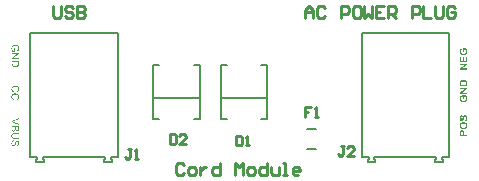
<source format=gto>
G04*
G04 #@! TF.GenerationSoftware,Altium Limited,Altium Designer,24.10.1 (45)*
G04*
G04 Layer_Color=65535*
%FSLAX44Y44*%
%MOMM*%
G71*
G04*
G04 #@! TF.SameCoordinates,BBEB4910-0DF4-4F42-B59A-432F754E4180*
G04*
G04*
G04 #@! TF.FilePolarity,Positive*
G04*
G01*
G75*
%ADD10C,0.2000*%
%ADD11C,0.2540*%
G36*
X1746559Y387988D02*
X1746577Y387960D01*
X1746605Y387932D01*
X1746642Y387886D01*
X1746679Y387840D01*
X1746771Y387710D01*
X1746873Y387535D01*
X1746993Y387331D01*
X1747113Y387100D01*
X1747224Y386823D01*
Y386814D01*
X1747233Y386786D01*
X1747252Y386749D01*
X1747270Y386693D01*
X1747289Y386619D01*
X1747317Y386536D01*
X1747344Y386444D01*
X1747372Y386342D01*
X1747428Y386111D01*
X1747474Y385843D01*
X1747511Y385565D01*
X1747520Y385269D01*
Y385168D01*
X1747511Y385103D01*
Y385011D01*
X1747502Y384909D01*
X1747483Y384798D01*
X1747464Y384669D01*
X1747418Y384400D01*
X1747344Y384104D01*
X1747243Y383799D01*
X1747178Y383661D01*
X1747104Y383513D01*
X1747095Y383503D01*
X1747086Y383485D01*
X1747058Y383439D01*
X1747021Y383393D01*
X1746984Y383328D01*
X1746928Y383263D01*
X1746864Y383180D01*
X1746790Y383097D01*
X1746623Y382912D01*
X1746411Y382727D01*
X1746170Y382551D01*
X1745893Y382394D01*
X1745883D01*
X1745856Y382376D01*
X1745810Y382357D01*
X1745754Y382339D01*
X1745680Y382311D01*
X1745597Y382274D01*
X1745495Y382246D01*
X1745384Y382209D01*
X1745264Y382172D01*
X1745125Y382144D01*
X1744839Y382080D01*
X1744524Y382043D01*
X1744182Y382024D01*
X1744173D01*
X1744136D01*
X1744081D01*
X1744016Y382034D01*
X1743923D01*
X1743822Y382043D01*
X1743711Y382061D01*
X1743581Y382080D01*
X1743313Y382126D01*
X1743008Y382200D01*
X1742703Y382302D01*
X1742555Y382366D01*
X1742407Y382440D01*
X1742398Y382449D01*
X1742370Y382459D01*
X1742333Y382486D01*
X1742278Y382514D01*
X1742213Y382561D01*
X1742139Y382616D01*
X1742056Y382681D01*
X1741963Y382745D01*
X1741871Y382829D01*
X1741769Y382921D01*
X1741667Y383023D01*
X1741566Y383134D01*
X1741473Y383254D01*
X1741372Y383374D01*
X1741205Y383661D01*
Y383670D01*
X1741187Y383688D01*
X1741178Y383725D01*
X1741150Y383772D01*
X1741131Y383836D01*
X1741104Y383901D01*
X1741076Y383993D01*
X1741039Y384086D01*
X1741011Y384188D01*
X1740983Y384308D01*
X1740956Y384437D01*
X1740928Y384567D01*
X1740891Y384863D01*
X1740882Y385196D01*
Y385306D01*
X1740891Y385390D01*
X1740900Y385491D01*
X1740909Y385611D01*
X1740919Y385741D01*
X1740946Y385880D01*
X1741002Y386175D01*
X1741094Y386481D01*
X1741150Y386638D01*
X1741214Y386786D01*
X1741288Y386924D01*
X1741381Y387054D01*
X1741390Y387063D01*
X1741399Y387082D01*
X1741436Y387119D01*
X1741473Y387165D01*
X1741520Y387220D01*
X1741584Y387276D01*
X1741658Y387340D01*
X1741741Y387414D01*
X1741834Y387488D01*
X1741936Y387562D01*
X1742047Y387636D01*
X1742176Y387701D01*
X1742305Y387775D01*
X1742444Y387831D01*
X1742601Y387886D01*
X1742758Y387923D01*
X1742999Y386638D01*
X1742990D01*
X1742980Y386628D01*
X1742925Y386610D01*
X1742842Y386573D01*
X1742731Y386518D01*
X1742611Y386453D01*
X1742490Y386360D01*
X1742370Y386250D01*
X1742259Y386120D01*
X1742250Y386101D01*
X1742213Y386055D01*
X1742167Y385972D01*
X1742121Y385870D01*
X1742065Y385732D01*
X1742028Y385574D01*
X1741991Y385399D01*
X1741982Y385196D01*
Y385112D01*
X1741991Y385057D01*
X1742000Y384983D01*
X1742010Y384900D01*
X1742028Y384807D01*
X1742047Y384706D01*
X1742111Y384493D01*
X1742158Y384382D01*
X1742213Y384271D01*
X1742278Y384160D01*
X1742343Y384049D01*
X1742435Y383947D01*
X1742527Y383846D01*
X1742537Y383836D01*
X1742555Y383827D01*
X1742583Y383799D01*
X1742629Y383772D01*
X1742685Y383735D01*
X1742749Y383688D01*
X1742832Y383642D01*
X1742925Y383605D01*
X1743036Y383559D01*
X1743156Y383513D01*
X1743286Y383466D01*
X1743424Y383430D01*
X1743581Y383402D01*
X1743757Y383374D01*
X1743933Y383365D01*
X1744127Y383356D01*
X1744136D01*
X1744173D01*
X1744238D01*
X1744312Y383365D01*
X1744413Y383374D01*
X1744515Y383383D01*
X1744645Y383402D01*
X1744774Y383420D01*
X1745051Y383476D01*
X1745338Y383568D01*
X1745477Y383624D01*
X1745606Y383688D01*
X1745736Y383772D01*
X1745847Y383855D01*
X1745856Y383864D01*
X1745874Y383883D01*
X1745902Y383910D01*
X1745939Y383947D01*
X1745976Y384003D01*
X1746031Y384058D01*
X1746078Y384132D01*
X1746133Y384215D01*
X1746189Y384308D01*
X1746235Y384400D01*
X1746327Y384632D01*
X1746364Y384761D01*
X1746392Y384890D01*
X1746411Y385038D01*
X1746420Y385186D01*
Y385260D01*
X1746411Y385334D01*
X1746401Y385445D01*
X1746383Y385565D01*
X1746355Y385704D01*
X1746318Y385852D01*
X1746263Y386000D01*
Y386009D01*
X1746253Y386018D01*
X1746235Y386065D01*
X1746198Y386148D01*
X1746152Y386240D01*
X1746096Y386351D01*
X1746031Y386471D01*
X1745957Y386592D01*
X1745874Y386702D01*
X1745051D01*
Y385223D01*
X1743970D01*
Y388006D01*
X1746540D01*
X1746559Y387988D01*
D02*
G37*
G36*
X1747400Y376292D02*
X1741002D01*
Y381035D01*
X1742084D01*
Y377586D01*
X1743498D01*
Y380795D01*
X1744580D01*
Y377586D01*
X1746318D01*
Y381155D01*
X1747400D01*
Y376292D01*
D02*
G37*
G36*
Y373629D02*
X1743184Y371031D01*
X1747400D01*
Y369838D01*
X1741002D01*
Y371087D01*
X1745310Y373731D01*
X1741002D01*
Y374924D01*
X1747400D01*
Y373629D01*
D02*
G37*
G36*
X1744469Y361268D02*
X1744543D01*
X1744635Y361259D01*
X1744737Y361249D01*
X1744950Y361231D01*
X1745172Y361194D01*
X1745403Y361138D01*
X1745625Y361074D01*
X1745634D01*
X1745652Y361064D01*
X1745689Y361046D01*
X1745745Y361027D01*
X1745800Y361009D01*
X1745865Y360972D01*
X1746031Y360898D01*
X1746207Y360806D01*
X1746401Y360685D01*
X1746586Y360547D01*
X1746762Y360390D01*
X1746780Y360371D01*
X1746817Y360325D01*
X1746873Y360251D01*
X1746947Y360149D01*
X1747030Y360020D01*
X1747113Y359872D01*
X1747196Y359687D01*
X1747270Y359483D01*
Y359474D01*
X1747280Y359465D01*
Y359437D01*
X1747289Y359409D01*
X1747307Y359308D01*
X1747335Y359178D01*
X1747363Y359021D01*
X1747381Y358827D01*
X1747391Y358596D01*
X1747400Y358346D01*
Y355924D01*
X1741002D01*
Y358476D01*
X1741011Y358550D01*
X1741020Y358725D01*
X1741030Y358919D01*
X1741057Y359123D01*
X1741085Y359317D01*
X1741131Y359493D01*
Y359502D01*
X1741140Y359520D01*
X1741150Y359548D01*
X1741159Y359585D01*
X1741205Y359696D01*
X1741270Y359826D01*
X1741353Y359973D01*
X1741455Y360140D01*
X1741575Y360297D01*
X1741723Y360454D01*
Y360463D01*
X1741741Y360473D01*
X1741797Y360519D01*
X1741889Y360593D01*
X1742010Y360676D01*
X1742158Y360778D01*
X1742333Y360880D01*
X1742537Y360981D01*
X1742758Y361064D01*
X1742768D01*
X1742786Y361074D01*
X1742823Y361083D01*
X1742870Y361101D01*
X1742925Y361111D01*
X1742999Y361129D01*
X1743082Y361148D01*
X1743175Y361175D01*
X1743276Y361194D01*
X1743396Y361212D01*
X1743517Y361231D01*
X1743655Y361240D01*
X1743942Y361268D01*
X1744265Y361277D01*
X1744275D01*
X1744303D01*
X1744339D01*
X1744395D01*
X1744469Y361268D01*
D02*
G37*
G36*
X1747400Y353261D02*
X1743184Y350663D01*
X1747400D01*
Y349470D01*
X1741002D01*
Y350719D01*
X1745310Y353363D01*
X1741002D01*
Y354556D01*
X1747400D01*
Y353261D01*
D02*
G37*
G36*
X1746559Y348250D02*
X1746577Y348222D01*
X1746605Y348195D01*
X1746642Y348148D01*
X1746679Y348102D01*
X1746771Y347973D01*
X1746873Y347797D01*
X1746993Y347594D01*
X1747113Y347363D01*
X1747224Y347085D01*
Y347076D01*
X1747233Y347048D01*
X1747252Y347011D01*
X1747270Y346956D01*
X1747289Y346882D01*
X1747317Y346799D01*
X1747344Y346706D01*
X1747372Y346604D01*
X1747428Y346373D01*
X1747474Y346105D01*
X1747511Y345828D01*
X1747520Y345532D01*
Y345430D01*
X1747511Y345365D01*
Y345273D01*
X1747502Y345171D01*
X1747483Y345060D01*
X1747464Y344931D01*
X1747418Y344663D01*
X1747344Y344367D01*
X1747243Y344062D01*
X1747178Y343923D01*
X1747104Y343775D01*
X1747095Y343766D01*
X1747086Y343747D01*
X1747058Y343701D01*
X1747021Y343655D01*
X1746984Y343590D01*
X1746928Y343526D01*
X1746864Y343442D01*
X1746790Y343359D01*
X1746623Y343174D01*
X1746411Y342989D01*
X1746170Y342814D01*
X1745893Y342657D01*
X1745883D01*
X1745856Y342638D01*
X1745810Y342620D01*
X1745754Y342601D01*
X1745680Y342573D01*
X1745597Y342536D01*
X1745495Y342509D01*
X1745384Y342472D01*
X1745264Y342435D01*
X1745125Y342407D01*
X1744839Y342342D01*
X1744524Y342305D01*
X1744182Y342287D01*
X1744173D01*
X1744136D01*
X1744081D01*
X1744016Y342296D01*
X1743923D01*
X1743822Y342305D01*
X1743711Y342324D01*
X1743581Y342342D01*
X1743313Y342388D01*
X1743008Y342462D01*
X1742703Y342564D01*
X1742555Y342629D01*
X1742407Y342703D01*
X1742398Y342712D01*
X1742370Y342721D01*
X1742333Y342749D01*
X1742278Y342777D01*
X1742213Y342823D01*
X1742139Y342878D01*
X1742056Y342943D01*
X1741963Y343008D01*
X1741871Y343091D01*
X1741769Y343184D01*
X1741667Y343285D01*
X1741566Y343396D01*
X1741473Y343516D01*
X1741372Y343637D01*
X1741205Y343923D01*
Y343932D01*
X1741187Y343951D01*
X1741178Y343988D01*
X1741150Y344034D01*
X1741131Y344099D01*
X1741104Y344164D01*
X1741076Y344256D01*
X1741039Y344348D01*
X1741011Y344450D01*
X1740983Y344570D01*
X1740956Y344700D01*
X1740928Y344829D01*
X1740891Y345125D01*
X1740882Y345458D01*
Y345569D01*
X1740891Y345652D01*
X1740900Y345754D01*
X1740909Y345874D01*
X1740919Y346003D01*
X1740946Y346142D01*
X1741002Y346438D01*
X1741094Y346743D01*
X1741150Y346900D01*
X1741214Y347048D01*
X1741288Y347187D01*
X1741381Y347316D01*
X1741390Y347326D01*
X1741399Y347344D01*
X1741436Y347381D01*
X1741473Y347427D01*
X1741520Y347483D01*
X1741584Y347538D01*
X1741658Y347603D01*
X1741741Y347677D01*
X1741834Y347751D01*
X1741936Y347825D01*
X1742047Y347899D01*
X1742176Y347963D01*
X1742305Y348037D01*
X1742444Y348093D01*
X1742601Y348148D01*
X1742758Y348185D01*
X1742999Y346900D01*
X1742990D01*
X1742980Y346891D01*
X1742925Y346872D01*
X1742842Y346836D01*
X1742731Y346780D01*
X1742611Y346715D01*
X1742490Y346623D01*
X1742370Y346512D01*
X1742259Y346382D01*
X1742250Y346364D01*
X1742213Y346318D01*
X1742167Y346235D01*
X1742121Y346133D01*
X1742065Y345994D01*
X1742028Y345837D01*
X1741991Y345661D01*
X1741982Y345458D01*
Y345375D01*
X1741991Y345319D01*
X1742000Y345245D01*
X1742010Y345162D01*
X1742028Y345070D01*
X1742047Y344968D01*
X1742111Y344755D01*
X1742158Y344644D01*
X1742213Y344533D01*
X1742278Y344422D01*
X1742343Y344311D01*
X1742435Y344210D01*
X1742527Y344108D01*
X1742537Y344099D01*
X1742555Y344090D01*
X1742583Y344062D01*
X1742629Y344034D01*
X1742685Y343997D01*
X1742749Y343951D01*
X1742832Y343905D01*
X1742925Y343868D01*
X1743036Y343821D01*
X1743156Y343775D01*
X1743286Y343729D01*
X1743424Y343692D01*
X1743581Y343664D01*
X1743757Y343637D01*
X1743933Y343627D01*
X1744127Y343618D01*
X1744136D01*
X1744173D01*
X1744238D01*
X1744312Y343627D01*
X1744413Y343637D01*
X1744515Y343646D01*
X1744645Y343664D01*
X1744774Y343683D01*
X1745051Y343738D01*
X1745338Y343831D01*
X1745477Y343886D01*
X1745606Y343951D01*
X1745736Y344034D01*
X1745847Y344117D01*
X1745856Y344127D01*
X1745874Y344145D01*
X1745902Y344173D01*
X1745939Y344210D01*
X1745976Y344265D01*
X1746031Y344321D01*
X1746078Y344395D01*
X1746133Y344478D01*
X1746189Y344570D01*
X1746235Y344663D01*
X1746327Y344894D01*
X1746364Y345023D01*
X1746392Y345153D01*
X1746411Y345301D01*
X1746420Y345449D01*
Y345523D01*
X1746411Y345597D01*
X1746401Y345708D01*
X1746383Y345828D01*
X1746355Y345966D01*
X1746318Y346114D01*
X1746263Y346262D01*
Y346272D01*
X1746253Y346281D01*
X1746235Y346327D01*
X1746198Y346410D01*
X1746152Y346503D01*
X1746096Y346614D01*
X1746031Y346734D01*
X1745957Y346854D01*
X1745874Y346965D01*
X1745051D01*
Y345486D01*
X1743970D01*
Y348269D01*
X1746540D01*
X1746559Y348250D01*
D02*
G37*
G36*
X1745680Y331460D02*
X1745745Y331451D01*
X1745874Y331432D01*
X1746041Y331395D01*
X1746216Y331340D01*
X1746392Y331257D01*
X1746577Y331155D01*
X1746586D01*
X1746595Y331136D01*
X1746651Y331100D01*
X1746743Y331026D01*
X1746845Y330933D01*
X1746965Y330813D01*
X1747076Y330656D01*
X1747187Y330489D01*
X1747289Y330286D01*
Y330277D01*
X1747298Y330258D01*
X1747307Y330230D01*
X1747326Y330184D01*
X1747344Y330129D01*
X1747363Y330064D01*
X1747381Y329990D01*
X1747400Y329907D01*
X1747428Y329805D01*
X1747446Y329703D01*
X1747483Y329463D01*
X1747511Y329195D01*
X1747520Y328899D01*
Y328779D01*
X1747511Y328696D01*
X1747502Y328594D01*
X1747492Y328483D01*
X1747474Y328354D01*
X1747446Y328215D01*
X1747381Y327910D01*
X1747335Y327753D01*
X1747289Y327605D01*
X1747224Y327448D01*
X1747150Y327299D01*
X1747067Y327161D01*
X1746965Y327031D01*
X1746956Y327022D01*
X1746938Y327004D01*
X1746910Y326967D01*
X1746864Y326930D01*
X1746799Y326874D01*
X1746725Y326819D01*
X1746642Y326754D01*
X1746549Y326689D01*
X1746438Y326625D01*
X1746318Y326560D01*
X1746179Y326495D01*
X1746031Y326430D01*
X1745874Y326384D01*
X1745699Y326329D01*
X1745514Y326292D01*
X1745320Y326264D01*
X1745199Y327521D01*
X1745209D01*
X1745227Y327531D01*
X1745264D01*
X1745301Y327540D01*
X1745412Y327577D01*
X1745551Y327623D01*
X1745708Y327679D01*
X1745865Y327762D01*
X1746004Y327854D01*
X1746133Y327975D01*
X1746142Y327993D01*
X1746179Y328039D01*
X1746226Y328113D01*
X1746281Y328224D01*
X1746337Y328363D01*
X1746383Y328520D01*
X1746420Y328705D01*
X1746429Y328918D01*
Y329019D01*
X1746411Y329130D01*
X1746392Y329269D01*
X1746364Y329417D01*
X1746318Y329574D01*
X1746253Y329722D01*
X1746170Y329851D01*
X1746161Y329870D01*
X1746124Y329907D01*
X1746068Y329953D01*
X1745995Y330018D01*
X1745902Y330073D01*
X1745791Y330129D01*
X1745680Y330166D01*
X1745551Y330175D01*
X1745541D01*
X1745514D01*
X1745468Y330166D01*
X1745412Y330156D01*
X1745356Y330138D01*
X1745292Y330119D01*
X1745227Y330082D01*
X1745162Y330036D01*
X1745153Y330027D01*
X1745135Y330009D01*
X1745107Y329981D01*
X1745070Y329935D01*
X1745024Y329870D01*
X1744978Y329787D01*
X1744931Y329694D01*
X1744885Y329574D01*
Y329565D01*
X1744866Y329528D01*
X1744848Y329463D01*
X1744830Y329417D01*
X1744820Y329361D01*
X1744802Y329297D01*
X1744774Y329223D01*
X1744756Y329139D01*
X1744728Y329047D01*
X1744700Y328936D01*
X1744672Y328816D01*
X1744635Y328686D01*
X1744598Y328538D01*
Y328529D01*
X1744589Y328492D01*
X1744571Y328437D01*
X1744552Y328372D01*
X1744524Y328289D01*
X1744497Y328187D01*
X1744460Y328085D01*
X1744423Y327965D01*
X1744330Y327725D01*
X1744219Y327494D01*
X1744164Y327374D01*
X1744099Y327272D01*
X1744034Y327170D01*
X1743970Y327087D01*
X1743960Y327078D01*
X1743942Y327059D01*
X1743914Y327031D01*
X1743877Y326994D01*
X1743822Y326948D01*
X1743757Y326902D01*
X1743692Y326847D01*
X1743609Y326800D01*
X1743415Y326689D01*
X1743193Y326597D01*
X1743073Y326560D01*
X1742953Y326532D01*
X1742814Y326514D01*
X1742675Y326504D01*
X1742666D01*
X1742657D01*
X1742629D01*
X1742592D01*
X1742500Y326523D01*
X1742379Y326541D01*
X1742241Y326569D01*
X1742084Y326615D01*
X1741917Y326680D01*
X1741760Y326772D01*
X1741751D01*
X1741741Y326782D01*
X1741686Y326828D01*
X1741612Y326884D01*
X1741520Y326976D01*
X1741418Y327087D01*
X1741307Y327226D01*
X1741205Y327383D01*
X1741113Y327568D01*
Y327577D01*
X1741104Y327595D01*
X1741094Y327623D01*
X1741076Y327660D01*
X1741057Y327716D01*
X1741039Y327771D01*
X1741020Y327845D01*
X1740993Y327928D01*
X1740956Y328113D01*
X1740919Y328326D01*
X1740891Y328566D01*
X1740882Y328834D01*
Y328945D01*
X1740891Y329029D01*
X1740900Y329130D01*
X1740909Y329250D01*
X1740928Y329370D01*
X1740946Y329509D01*
X1741011Y329805D01*
X1741057Y329953D01*
X1741104Y330101D01*
X1741168Y330249D01*
X1741242Y330388D01*
X1741325Y330517D01*
X1741418Y330637D01*
X1741427Y330646D01*
X1741446Y330665D01*
X1741473Y330693D01*
X1741510Y330730D01*
X1741566Y330776D01*
X1741631Y330831D01*
X1741705Y330887D01*
X1741788Y330951D01*
X1741889Y331007D01*
X1741991Y331063D01*
X1742111Y331118D01*
X1742241Y331164D01*
X1742370Y331210D01*
X1742518Y331247D01*
X1742666Y331275D01*
X1742832Y331284D01*
X1742879Y329990D01*
X1742870D01*
X1742860D01*
X1742796Y329972D01*
X1742712Y329953D01*
X1742611Y329916D01*
X1742490Y329870D01*
X1742379Y329805D01*
X1742269Y329722D01*
X1742176Y329629D01*
X1742167Y329620D01*
X1742139Y329583D01*
X1742102Y329519D01*
X1742065Y329426D01*
X1742028Y329315D01*
X1741991Y329176D01*
X1741963Y329010D01*
X1741954Y328816D01*
Y328723D01*
X1741963Y328622D01*
X1741982Y328502D01*
X1742010Y328363D01*
X1742056Y328215D01*
X1742111Y328076D01*
X1742195Y327947D01*
X1742204Y327938D01*
X1742222Y327919D01*
X1742250Y327882D01*
X1742296Y327845D01*
X1742352Y327808D01*
X1742426Y327771D01*
X1742500Y327753D01*
X1742592Y327743D01*
X1742601D01*
X1742629D01*
X1742675Y327753D01*
X1742722Y327771D01*
X1742786Y327789D01*
X1742851Y327817D01*
X1742916Y327864D01*
X1742980Y327928D01*
X1742990Y327938D01*
X1743017Y327984D01*
X1743036Y328011D01*
X1743054Y328058D01*
X1743082Y328104D01*
X1743110Y328169D01*
X1743138Y328243D01*
X1743175Y328326D01*
X1743212Y328428D01*
X1743248Y328529D01*
X1743286Y328659D01*
X1743322Y328797D01*
X1743360Y328945D01*
X1743406Y329112D01*
Y329121D01*
X1743415Y329158D01*
X1743424Y329204D01*
X1743443Y329269D01*
X1743461Y329343D01*
X1743489Y329435D01*
X1743517Y329537D01*
X1743544Y329639D01*
X1743618Y329861D01*
X1743692Y330092D01*
X1743775Y330314D01*
X1743822Y330406D01*
X1743868Y330499D01*
Y330508D01*
X1743877Y330517D01*
X1743914Y330573D01*
X1743970Y330656D01*
X1744044Y330757D01*
X1744136Y330868D01*
X1744247Y330989D01*
X1744377Y331109D01*
X1744524Y331210D01*
X1744543Y331220D01*
X1744598Y331247D01*
X1744682Y331294D01*
X1744802Y331340D01*
X1744950Y331386D01*
X1745125Y331432D01*
X1745320Y331460D01*
X1745541Y331469D01*
X1745551D01*
X1745569D01*
X1745597D01*
X1745634D01*
X1745680Y331460D01*
D02*
G37*
G36*
X1744358Y325580D02*
X1744469D01*
X1744598Y325561D01*
X1744746Y325543D01*
X1744922Y325515D01*
X1745098Y325487D01*
X1745292Y325441D01*
X1745495Y325386D01*
X1745699Y325312D01*
X1745902Y325229D01*
X1746096Y325136D01*
X1746290Y325016D01*
X1746475Y324886D01*
X1746651Y324739D01*
X1746660Y324729D01*
X1746688Y324701D01*
X1746734Y324655D01*
X1746790Y324581D01*
X1746854Y324498D01*
X1746928Y324396D01*
X1747002Y324276D01*
X1747086Y324147D01*
X1747169Y323990D01*
X1747243Y323823D01*
X1747317Y323638D01*
X1747381Y323435D01*
X1747437Y323222D01*
X1747483Y322991D01*
X1747511Y322751D01*
X1747520Y322492D01*
Y322427D01*
X1747511Y322353D01*
X1747502Y322261D01*
X1747492Y322141D01*
X1747474Y322002D01*
X1747446Y321845D01*
X1747409Y321678D01*
X1747363Y321493D01*
X1747307Y321318D01*
X1747233Y321124D01*
X1747150Y320939D01*
X1747058Y320744D01*
X1746938Y320569D01*
X1746808Y320393D01*
X1746651Y320227D01*
X1746642Y320217D01*
X1746614Y320190D01*
X1746559Y320153D01*
X1746494Y320097D01*
X1746401Y320033D01*
X1746290Y319958D01*
X1746170Y319885D01*
X1746022Y319811D01*
X1745865Y319727D01*
X1745680Y319653D01*
X1745486Y319579D01*
X1745273Y319515D01*
X1745042Y319459D01*
X1744792Y319422D01*
X1744524Y319394D01*
X1744247Y319385D01*
X1744238D01*
X1744201D01*
X1744155D01*
X1744081Y319394D01*
X1743997D01*
X1743905Y319404D01*
X1743794Y319413D01*
X1743674Y319422D01*
X1743415Y319459D01*
X1743138Y319506D01*
X1742860Y319579D01*
X1742601Y319672D01*
X1742592D01*
X1742583Y319681D01*
X1742555Y319700D01*
X1742518Y319709D01*
X1742426Y319764D01*
X1742305Y319829D01*
X1742167Y319912D01*
X1742028Y320014D01*
X1741871Y320134D01*
X1741723Y320264D01*
X1741714Y320273D01*
X1741705Y320282D01*
X1741658Y320328D01*
X1741584Y320412D01*
X1741501Y320513D01*
X1741409Y320633D01*
X1741307Y320772D01*
X1741214Y320929D01*
X1741140Y321096D01*
Y321105D01*
X1741131Y321124D01*
X1741113Y321160D01*
X1741104Y321207D01*
X1741076Y321262D01*
X1741057Y321327D01*
X1741039Y321410D01*
X1741011Y321493D01*
X1740965Y321697D01*
X1740919Y321928D01*
X1740891Y322196D01*
X1740882Y322473D01*
Y322538D01*
X1740891Y322612D01*
Y322705D01*
X1740909Y322825D01*
X1740928Y322963D01*
X1740956Y323120D01*
X1740993Y323287D01*
X1741039Y323463D01*
X1741094Y323647D01*
X1741168Y323832D01*
X1741252Y324027D01*
X1741353Y324212D01*
X1741473Y324396D01*
X1741612Y324572D01*
X1741769Y324739D01*
X1741779Y324748D01*
X1741806Y324776D01*
X1741862Y324822D01*
X1741926Y324868D01*
X1742019Y324933D01*
X1742130Y325007D01*
X1742259Y325081D01*
X1742407Y325164D01*
X1742564Y325247D01*
X1742749Y325321D01*
X1742953Y325395D01*
X1743165Y325460D01*
X1743406Y325515D01*
X1743655Y325552D01*
X1743923Y325580D01*
X1744210Y325589D01*
X1744229D01*
X1744275D01*
X1744358Y325580D01*
D02*
G37*
G36*
X1743119Y318581D02*
X1743184D01*
X1743313Y318562D01*
X1743470Y318535D01*
X1743646Y318498D01*
X1743813Y318442D01*
X1743970Y318368D01*
X1743988Y318359D01*
X1744034Y318331D01*
X1744108Y318285D01*
X1744201Y318220D01*
X1744293Y318146D01*
X1744404Y318045D01*
X1744506Y317943D01*
X1744598Y317823D01*
X1744608Y317804D01*
X1744635Y317767D01*
X1744672Y317703D01*
X1744719Y317619D01*
X1744774Y317518D01*
X1744820Y317407D01*
X1744866Y317286D01*
X1744904Y317157D01*
Y317139D01*
X1744913Y317111D01*
Y317074D01*
X1744922Y317028D01*
X1744931Y316963D01*
X1744940Y316898D01*
Y316815D01*
X1744950Y316732D01*
X1744959Y316630D01*
X1744968Y316519D01*
X1744978Y316399D01*
Y316269D01*
X1744987Y316131D01*
Y314984D01*
X1747400D01*
Y313690D01*
X1741002D01*
Y316048D01*
X1741011Y316149D01*
Y316390D01*
X1741030Y316649D01*
X1741048Y316908D01*
X1741057Y317018D01*
X1741067Y317129D01*
X1741085Y317222D01*
X1741104Y317296D01*
Y317305D01*
X1741113Y317323D01*
X1741122Y317351D01*
X1741131Y317388D01*
X1741178Y317490D01*
X1741233Y317619D01*
X1741316Y317758D01*
X1741427Y317915D01*
X1741566Y318063D01*
X1741732Y318211D01*
X1741741D01*
X1741751Y318230D01*
X1741779Y318248D01*
X1741815Y318267D01*
X1741871Y318304D01*
X1741926Y318331D01*
X1741991Y318368D01*
X1742065Y318405D01*
X1742250Y318470D01*
X1742453Y318535D01*
X1742703Y318572D01*
X1742971Y318590D01*
X1742980D01*
X1742999D01*
X1743027D01*
X1743073D01*
X1743119Y318581D01*
D02*
G37*
G36*
X1364870Y391151D02*
X1364953D01*
X1365055Y391142D01*
X1365157Y391123D01*
X1365277Y391114D01*
X1365406Y391086D01*
X1365545Y391068D01*
X1365841Y390994D01*
X1366146Y390901D01*
X1366451Y390772D01*
X1366460Y390762D01*
X1366488Y390753D01*
X1366525Y390735D01*
X1366581Y390698D01*
X1366655Y390661D01*
X1366729Y390615D01*
X1366904Y390485D01*
X1367108Y390328D01*
X1367302Y390134D01*
X1367496Y389912D01*
X1367579Y389782D01*
X1367662Y389653D01*
X1367672Y389644D01*
X1367681Y389616D01*
X1367699Y389579D01*
X1367727Y389524D01*
X1367755Y389450D01*
X1367792Y389366D01*
X1367829Y389274D01*
X1367866Y389163D01*
X1367903Y389043D01*
X1367930Y388913D01*
X1367967Y388775D01*
X1367995Y388627D01*
X1368041Y388303D01*
X1368060Y388137D01*
Y387841D01*
X1368051Y387785D01*
Y387711D01*
X1368032Y387536D01*
X1368004Y387342D01*
X1367958Y387138D01*
X1367903Y386916D01*
X1367829Y386704D01*
Y386694D01*
X1367820Y386676D01*
X1367810Y386648D01*
X1367792Y386611D01*
X1367736Y386510D01*
X1367672Y386380D01*
X1367579Y386241D01*
X1367468Y386093D01*
X1367348Y385955D01*
X1367200Y385825D01*
X1367182Y385807D01*
X1367126Y385770D01*
X1367043Y385714D01*
X1366923Y385640D01*
X1366775Y385566D01*
X1366590Y385483D01*
X1366386Y385400D01*
X1366155Y385335D01*
X1365952Y386103D01*
X1365961D01*
X1365970Y386112D01*
X1365998Y386121D01*
X1366035Y386130D01*
X1366118Y386158D01*
X1366229Y386195D01*
X1366359Y386251D01*
X1366479Y386315D01*
X1366608Y386380D01*
X1366719Y386463D01*
X1366729Y386473D01*
X1366765Y386500D01*
X1366812Y386556D01*
X1366876Y386620D01*
X1366950Y386704D01*
X1367024Y386815D01*
X1367098Y386935D01*
X1367163Y387073D01*
X1367172Y387092D01*
X1367191Y387138D01*
X1367218Y387221D01*
X1367256Y387332D01*
X1367283Y387462D01*
X1367311Y387610D01*
X1367329Y387776D01*
X1367339Y387952D01*
Y388054D01*
X1367329Y388100D01*
Y388155D01*
X1367320Y388294D01*
X1367292Y388451D01*
X1367265Y388627D01*
X1367218Y388793D01*
X1367154Y388960D01*
X1367144Y388978D01*
X1367126Y389034D01*
X1367080Y389108D01*
X1367034Y389200D01*
X1366960Y389311D01*
X1366886Y389431D01*
X1366793Y389542D01*
X1366691Y389644D01*
X1366682Y389653D01*
X1366645Y389690D01*
X1366581Y389736D01*
X1366507Y389792D01*
X1366414Y389856D01*
X1366303Y389921D01*
X1366183Y389986D01*
X1366054Y390051D01*
X1366044D01*
X1366026Y390060D01*
X1365998Y390069D01*
X1365952Y390088D01*
X1365896Y390106D01*
X1365832Y390125D01*
X1365758Y390152D01*
X1365674Y390171D01*
X1365480Y390217D01*
X1365258Y390254D01*
X1365027Y390282D01*
X1364768Y390291D01*
X1364759D01*
X1364731D01*
X1364685D01*
X1364630Y390282D01*
X1364556D01*
X1364463Y390272D01*
X1364371Y390263D01*
X1364269Y390254D01*
X1364038Y390217D01*
X1363798Y390171D01*
X1363557Y390097D01*
X1363326Y390004D01*
X1363317D01*
X1363298Y389986D01*
X1363271Y389977D01*
X1363234Y389949D01*
X1363132Y389884D01*
X1363002Y389782D01*
X1362864Y389662D01*
X1362725Y389514D01*
X1362596Y389339D01*
X1362475Y389145D01*
Y389135D01*
X1362466Y389117D01*
X1362448Y389089D01*
X1362429Y389043D01*
X1362411Y388997D01*
X1362392Y388932D01*
X1362337Y388784D01*
X1362291Y388599D01*
X1362244Y388396D01*
X1362207Y388174D01*
X1362198Y387943D01*
Y387850D01*
X1362207Y387795D01*
Y387739D01*
X1362226Y387600D01*
X1362244Y387434D01*
X1362281Y387258D01*
X1362337Y387064D01*
X1362401Y386870D01*
Y386861D01*
X1362411Y386842D01*
X1362420Y386824D01*
X1362439Y386787D01*
X1362485Y386685D01*
X1362540Y386574D01*
X1362605Y386445D01*
X1362679Y386306D01*
X1362762Y386177D01*
X1362855Y386066D01*
X1364057D01*
Y387952D01*
X1364815D01*
Y385234D01*
X1362439D01*
X1362429Y385243D01*
X1362420Y385261D01*
X1362392Y385298D01*
X1362355Y385345D01*
X1362318Y385400D01*
X1362272Y385465D01*
X1362217Y385548D01*
X1362161Y385631D01*
X1362041Y385825D01*
X1361911Y386047D01*
X1361791Y386278D01*
X1361690Y386528D01*
Y386537D01*
X1361680Y386556D01*
X1361671Y386593D01*
X1361653Y386639D01*
X1361634Y386704D01*
X1361606Y386778D01*
X1361588Y386861D01*
X1361569Y386944D01*
X1361523Y387147D01*
X1361477Y387379D01*
X1361449Y387628D01*
X1361440Y387887D01*
Y387980D01*
X1361449Y388044D01*
Y388127D01*
X1361458Y388229D01*
X1361477Y388340D01*
X1361486Y388460D01*
X1361542Y388728D01*
X1361606Y389015D01*
X1361708Y389311D01*
X1361764Y389459D01*
X1361838Y389607D01*
X1361847Y389616D01*
X1361856Y389644D01*
X1361884Y389681D01*
X1361911Y389736D01*
X1361958Y389801D01*
X1362004Y389866D01*
X1362133Y390041D01*
X1362300Y390226D01*
X1362503Y390420D01*
X1362734Y390605D01*
X1363002Y390772D01*
X1363012D01*
X1363040Y390790D01*
X1363076Y390809D01*
X1363141Y390836D01*
X1363206Y390864D01*
X1363298Y390892D01*
X1363391Y390929D01*
X1363502Y390966D01*
X1363622Y391003D01*
X1363761Y391040D01*
X1363899Y391068D01*
X1364047Y391095D01*
X1364371Y391142D01*
X1364713Y391160D01*
X1364722D01*
X1364759D01*
X1364805D01*
X1364870Y391151D01*
D02*
G37*
G36*
X1367949Y383126D02*
X1362919Y379769D01*
X1367949D01*
Y378956D01*
X1361551D01*
Y379834D01*
X1366571Y383181D01*
X1361551D01*
Y383995D01*
X1367949D01*
Y383126D01*
D02*
G37*
G36*
Y375073D02*
X1367940Y374906D01*
X1367930Y374721D01*
X1367912Y374536D01*
X1367884Y374352D01*
X1367856Y374194D01*
Y374185D01*
X1367847Y374167D01*
Y374139D01*
X1367829Y374102D01*
X1367801Y374000D01*
X1367755Y373871D01*
X1367690Y373723D01*
X1367607Y373566D01*
X1367514Y373408D01*
X1367394Y373260D01*
X1367385Y373251D01*
X1367376Y373242D01*
X1367348Y373214D01*
X1367320Y373177D01*
X1367228Y373085D01*
X1367098Y372974D01*
X1366941Y372854D01*
X1366756Y372724D01*
X1366544Y372604D01*
X1366303Y372502D01*
X1366294D01*
X1366275Y372493D01*
X1366239Y372475D01*
X1366183Y372465D01*
X1366118Y372438D01*
X1366044Y372419D01*
X1365961Y372401D01*
X1365859Y372373D01*
X1365758Y372345D01*
X1365638Y372327D01*
X1365379Y372281D01*
X1365092Y372253D01*
X1364778Y372243D01*
X1364768D01*
X1364750D01*
X1364704D01*
X1364657D01*
X1364593Y372253D01*
X1364519D01*
X1364343Y372262D01*
X1364140Y372290D01*
X1363927Y372318D01*
X1363705Y372364D01*
X1363483Y372419D01*
X1363474D01*
X1363456Y372428D01*
X1363428Y372438D01*
X1363391Y372447D01*
X1363289Y372484D01*
X1363160Y372539D01*
X1363012Y372595D01*
X1362864Y372669D01*
X1362707Y372761D01*
X1362559Y372854D01*
X1362540Y372863D01*
X1362494Y372900D01*
X1362429Y372955D01*
X1362346Y373029D01*
X1362254Y373113D01*
X1362161Y373214D01*
X1362059Y373316D01*
X1361976Y373436D01*
X1361967Y373455D01*
X1361939Y373492D01*
X1361902Y373556D01*
X1361856Y373649D01*
X1361801Y373760D01*
X1361754Y373889D01*
X1361699Y374037D01*
X1361653Y374204D01*
Y374222D01*
X1361643Y374250D01*
X1361634Y374277D01*
X1361625Y374370D01*
X1361606Y374499D01*
X1361588Y374647D01*
X1361569Y374823D01*
X1361560Y375017D01*
X1361551Y375230D01*
Y377532D01*
X1367949D01*
Y375073D01*
D02*
G37*
G36*
X1364963Y356396D02*
X1365055D01*
X1365148Y356387D01*
X1365268Y356378D01*
X1365388Y356360D01*
X1365656Y356313D01*
X1365952Y356249D01*
X1366248Y356156D01*
X1366534Y356027D01*
X1366544Y356017D01*
X1366571Y356008D01*
X1366608Y355990D01*
X1366655Y355953D01*
X1366719Y355916D01*
X1366793Y355869D01*
X1366960Y355749D01*
X1367144Y355592D01*
X1367329Y355407D01*
X1367514Y355195D01*
X1367672Y354945D01*
X1367681Y354936D01*
X1367690Y354908D01*
X1367708Y354871D01*
X1367736Y354825D01*
X1367764Y354751D01*
X1367792Y354677D01*
X1367829Y354584D01*
X1367866Y354483D01*
X1367903Y354372D01*
X1367940Y354252D01*
X1367995Y353993D01*
X1368041Y353697D01*
X1368060Y353392D01*
Y353299D01*
X1368051Y353234D01*
X1368041Y353151D01*
X1368032Y353050D01*
X1368023Y352948D01*
X1367995Y352828D01*
X1367940Y352578D01*
X1367856Y352301D01*
X1367801Y352162D01*
X1367736Y352033D01*
X1367653Y351903D01*
X1367570Y351774D01*
X1367561Y351764D01*
X1367551Y351746D01*
X1367524Y351709D01*
X1367477Y351663D01*
X1367431Y351617D01*
X1367366Y351552D01*
X1367292Y351487D01*
X1367218Y351413D01*
X1367126Y351339D01*
X1367015Y351265D01*
X1366904Y351182D01*
X1366784Y351108D01*
X1366645Y351043D01*
X1366507Y350969D01*
X1366359Y350914D01*
X1366192Y350858D01*
X1365998Y351690D01*
X1366007D01*
X1366026Y351700D01*
X1366063Y351718D01*
X1366109Y351737D01*
X1366165Y351755D01*
X1366239Y351783D01*
X1366386Y351857D01*
X1366553Y351949D01*
X1366719Y352060D01*
X1366876Y352199D01*
X1367015Y352347D01*
X1367034Y352365D01*
X1367071Y352421D01*
X1367117Y352513D01*
X1367182Y352634D01*
X1367237Y352791D01*
X1367292Y352966D01*
X1367329Y353179D01*
X1367339Y353410D01*
Y353484D01*
X1367329Y353530D01*
Y353595D01*
X1367320Y353669D01*
X1367292Y353845D01*
X1367256Y354039D01*
X1367191Y354242D01*
X1367098Y354455D01*
X1366978Y354649D01*
Y354658D01*
X1366960Y354668D01*
X1366913Y354732D01*
X1366839Y354815D01*
X1366729Y354917D01*
X1366590Y355037D01*
X1366433Y355148D01*
X1366239Y355250D01*
X1366026Y355342D01*
X1366017D01*
X1365998Y355352D01*
X1365970Y355361D01*
X1365924Y355370D01*
X1365869Y355389D01*
X1365804Y355407D01*
X1365647Y355435D01*
X1365462Y355472D01*
X1365258Y355509D01*
X1365036Y355527D01*
X1364796Y355537D01*
X1364787D01*
X1364759D01*
X1364713D01*
X1364657D01*
X1364593Y355527D01*
X1364509D01*
X1364417Y355518D01*
X1364315Y355509D01*
X1364093Y355481D01*
X1363853Y355435D01*
X1363613Y355379D01*
X1363372Y355306D01*
X1363363D01*
X1363345Y355296D01*
X1363317Y355278D01*
X1363271Y355259D01*
X1363160Y355204D01*
X1363030Y355121D01*
X1362882Y355019D01*
X1362725Y354889D01*
X1362587Y354742D01*
X1362457Y354566D01*
Y354557D01*
X1362448Y354538D01*
X1362429Y354510D01*
X1362411Y354473D01*
X1362392Y354427D01*
X1362365Y354372D01*
X1362309Y354242D01*
X1362254Y354076D01*
X1362207Y353891D01*
X1362170Y353688D01*
X1362161Y353475D01*
Y353410D01*
X1362170Y353355D01*
Y353290D01*
X1362180Y353225D01*
X1362217Y353059D01*
X1362263Y352865D01*
X1362337Y352671D01*
X1362439Y352467D01*
X1362494Y352365D01*
X1362568Y352273D01*
X1362577Y352264D01*
X1362587Y352254D01*
X1362614Y352227D01*
X1362642Y352190D01*
X1362688Y352153D01*
X1362744Y352107D01*
X1362799Y352051D01*
X1362873Y352005D01*
X1362956Y351949D01*
X1363049Y351885D01*
X1363141Y351829D01*
X1363252Y351774D01*
X1363372Y351727D01*
X1363502Y351681D01*
X1363640Y351635D01*
X1363788Y351598D01*
X1363576Y350747D01*
X1363566D01*
X1363530Y350757D01*
X1363474Y350775D01*
X1363400Y350803D01*
X1363317Y350831D01*
X1363215Y350868D01*
X1363104Y350914D01*
X1362984Y350969D01*
X1362725Y351099D01*
X1362466Y351265D01*
X1362337Y351367D01*
X1362207Y351469D01*
X1362096Y351580D01*
X1361985Y351709D01*
X1361976Y351718D01*
X1361958Y351737D01*
X1361939Y351783D01*
X1361902Y351829D01*
X1361856Y351903D01*
X1361810Y351977D01*
X1361764Y352079D01*
X1361717Y352181D01*
X1361662Y352301D01*
X1361616Y352430D01*
X1361569Y352569D01*
X1361523Y352717D01*
X1361486Y352874D01*
X1361468Y353040D01*
X1361449Y353216D01*
X1361440Y353401D01*
Y353503D01*
X1361449Y353577D01*
Y353660D01*
X1361458Y353761D01*
X1361477Y353872D01*
X1361496Y354002D01*
X1361542Y354270D01*
X1361616Y354547D01*
X1361717Y354825D01*
X1361782Y354954D01*
X1361856Y355084D01*
X1361865Y355093D01*
X1361875Y355111D01*
X1361902Y355148D01*
X1361939Y355185D01*
X1361976Y355241D01*
X1362032Y355306D01*
X1362096Y355379D01*
X1362170Y355453D01*
X1362254Y355527D01*
X1362337Y355611D01*
X1362549Y355777D01*
X1362799Y355934D01*
X1363076Y356073D01*
X1363086D01*
X1363114Y356091D01*
X1363160Y356101D01*
X1363215Y356128D01*
X1363289Y356147D01*
X1363382Y356175D01*
X1363483Y356212D01*
X1363594Y356239D01*
X1363714Y356267D01*
X1363853Y356304D01*
X1364140Y356350D01*
X1364463Y356387D01*
X1364796Y356406D01*
X1364805D01*
X1364842D01*
X1364898D01*
X1364963Y356396D01*
D02*
G37*
G36*
Y349943D02*
X1365055D01*
X1365148Y349934D01*
X1365268Y349925D01*
X1365388Y349906D01*
X1365656Y349860D01*
X1365952Y349795D01*
X1366248Y349703D01*
X1366534Y349573D01*
X1366544Y349564D01*
X1366571Y349555D01*
X1366608Y349536D01*
X1366655Y349499D01*
X1366719Y349462D01*
X1366793Y349416D01*
X1366960Y349296D01*
X1367144Y349139D01*
X1367329Y348954D01*
X1367514Y348741D01*
X1367672Y348492D01*
X1367681Y348482D01*
X1367690Y348455D01*
X1367708Y348418D01*
X1367736Y348371D01*
X1367764Y348297D01*
X1367792Y348223D01*
X1367829Y348131D01*
X1367866Y348029D01*
X1367903Y347918D01*
X1367940Y347798D01*
X1367995Y347539D01*
X1368041Y347243D01*
X1368060Y346938D01*
Y346846D01*
X1368051Y346781D01*
X1368041Y346698D01*
X1368032Y346596D01*
X1368023Y346494D01*
X1367995Y346374D01*
X1367940Y346125D01*
X1367856Y345847D01*
X1367801Y345709D01*
X1367736Y345579D01*
X1367653Y345450D01*
X1367570Y345320D01*
X1367561Y345311D01*
X1367551Y345293D01*
X1367524Y345256D01*
X1367477Y345209D01*
X1367431Y345163D01*
X1367366Y345098D01*
X1367292Y345034D01*
X1367218Y344960D01*
X1367126Y344886D01*
X1367015Y344812D01*
X1366904Y344729D01*
X1366784Y344655D01*
X1366645Y344590D01*
X1366507Y344516D01*
X1366359Y344460D01*
X1366192Y344405D01*
X1365998Y345237D01*
X1366007D01*
X1366026Y345246D01*
X1366063Y345265D01*
X1366109Y345283D01*
X1366165Y345302D01*
X1366239Y345330D01*
X1366386Y345404D01*
X1366553Y345496D01*
X1366719Y345607D01*
X1366876Y345746D01*
X1367015Y345894D01*
X1367034Y345912D01*
X1367071Y345967D01*
X1367117Y346060D01*
X1367182Y346180D01*
X1367237Y346337D01*
X1367292Y346513D01*
X1367329Y346726D01*
X1367339Y346957D01*
Y347031D01*
X1367329Y347077D01*
Y347142D01*
X1367320Y347216D01*
X1367292Y347391D01*
X1367256Y347585D01*
X1367191Y347789D01*
X1367098Y348002D01*
X1366978Y348196D01*
Y348205D01*
X1366960Y348214D01*
X1366913Y348279D01*
X1366839Y348362D01*
X1366729Y348464D01*
X1366590Y348584D01*
X1366433Y348695D01*
X1366239Y348797D01*
X1366026Y348889D01*
X1366017D01*
X1365998Y348898D01*
X1365970Y348908D01*
X1365924Y348917D01*
X1365869Y348935D01*
X1365804Y348954D01*
X1365647Y348982D01*
X1365462Y349019D01*
X1365258Y349055D01*
X1365036Y349074D01*
X1364796Y349083D01*
X1364787D01*
X1364759D01*
X1364713D01*
X1364657D01*
X1364593Y349074D01*
X1364509D01*
X1364417Y349065D01*
X1364315Y349055D01*
X1364093Y349028D01*
X1363853Y348982D01*
X1363613Y348926D01*
X1363372Y348852D01*
X1363363D01*
X1363345Y348843D01*
X1363317Y348824D01*
X1363271Y348806D01*
X1363160Y348750D01*
X1363030Y348667D01*
X1362882Y348565D01*
X1362725Y348436D01*
X1362587Y348288D01*
X1362457Y348112D01*
Y348103D01*
X1362448Y348085D01*
X1362429Y348057D01*
X1362411Y348020D01*
X1362392Y347974D01*
X1362365Y347918D01*
X1362309Y347789D01*
X1362254Y347622D01*
X1362207Y347438D01*
X1362170Y347234D01*
X1362161Y347021D01*
Y346957D01*
X1362170Y346901D01*
Y346837D01*
X1362180Y346772D01*
X1362217Y346605D01*
X1362263Y346411D01*
X1362337Y346217D01*
X1362439Y346014D01*
X1362494Y345912D01*
X1362568Y345820D01*
X1362577Y345810D01*
X1362587Y345801D01*
X1362614Y345773D01*
X1362642Y345736D01*
X1362688Y345699D01*
X1362744Y345653D01*
X1362799Y345598D01*
X1362873Y345551D01*
X1362956Y345496D01*
X1363049Y345431D01*
X1363141Y345376D01*
X1363252Y345320D01*
X1363372Y345274D01*
X1363502Y345228D01*
X1363640Y345182D01*
X1363788Y345145D01*
X1363576Y344294D01*
X1363566D01*
X1363530Y344303D01*
X1363474Y344322D01*
X1363400Y344350D01*
X1363317Y344377D01*
X1363215Y344414D01*
X1363104Y344460D01*
X1362984Y344516D01*
X1362725Y344645D01*
X1362466Y344812D01*
X1362337Y344913D01*
X1362207Y345015D01*
X1362096Y345126D01*
X1361985Y345256D01*
X1361976Y345265D01*
X1361958Y345283D01*
X1361939Y345330D01*
X1361902Y345376D01*
X1361856Y345450D01*
X1361810Y345524D01*
X1361764Y345625D01*
X1361717Y345727D01*
X1361662Y345847D01*
X1361616Y345977D01*
X1361569Y346115D01*
X1361523Y346263D01*
X1361486Y346421D01*
X1361468Y346587D01*
X1361449Y346763D01*
X1361440Y346948D01*
Y347049D01*
X1361449Y347123D01*
Y347206D01*
X1361458Y347308D01*
X1361477Y347419D01*
X1361496Y347548D01*
X1361542Y347817D01*
X1361616Y348094D01*
X1361717Y348371D01*
X1361782Y348501D01*
X1361856Y348630D01*
X1361865Y348639D01*
X1361875Y348658D01*
X1361902Y348695D01*
X1361939Y348732D01*
X1361976Y348787D01*
X1362032Y348852D01*
X1362096Y348926D01*
X1362170Y349000D01*
X1362254Y349074D01*
X1362337Y349157D01*
X1362549Y349324D01*
X1362799Y349481D01*
X1363076Y349619D01*
X1363086D01*
X1363114Y349638D01*
X1363160Y349647D01*
X1363215Y349675D01*
X1363289Y349693D01*
X1363382Y349721D01*
X1363483Y349758D01*
X1363594Y349786D01*
X1363714Y349814D01*
X1363853Y349851D01*
X1364140Y349897D01*
X1364463Y349934D01*
X1364796Y349952D01*
X1364805D01*
X1364842D01*
X1364898D01*
X1364963Y349943D01*
D02*
G37*
G36*
X1367949Y328068D02*
X1363298Y326404D01*
X1363289D01*
X1363271Y326395D01*
X1363243Y326385D01*
X1363206Y326367D01*
X1363150Y326358D01*
X1363095Y326339D01*
X1362956Y326293D01*
X1362799Y326237D01*
X1362623Y326182D01*
X1362254Y326071D01*
X1362263D01*
X1362281Y326062D01*
X1362309Y326053D01*
X1362346Y326043D01*
X1362448Y326016D01*
X1362587Y325969D01*
X1362744Y325923D01*
X1362919Y325868D01*
X1363104Y325803D01*
X1363298Y325729D01*
X1367949Y323991D01*
Y323131D01*
X1361551Y325627D01*
Y326515D01*
X1367949Y328993D01*
Y328068D01*
D02*
G37*
G36*
Y319886D02*
X1367940Y319821D01*
Y319747D01*
X1367921Y319581D01*
X1367903Y319396D01*
X1367866Y319202D01*
X1367820Y319007D01*
X1367755Y318832D01*
Y318822D01*
X1367746Y318813D01*
X1367718Y318758D01*
X1367672Y318675D01*
X1367607Y318582D01*
X1367524Y318471D01*
X1367422Y318351D01*
X1367292Y318240D01*
X1367154Y318138D01*
X1367135Y318129D01*
X1367080Y318101D01*
X1367006Y318055D01*
X1366895Y318009D01*
X1366765Y317963D01*
X1366627Y317916D01*
X1366470Y317889D01*
X1366312Y317879D01*
X1366294D01*
X1366248D01*
X1366165Y317889D01*
X1366063Y317907D01*
X1365943Y317935D01*
X1365813Y317981D01*
X1365684Y318036D01*
X1365545Y318111D01*
X1365527Y318120D01*
X1365490Y318148D01*
X1365416Y318203D01*
X1365342Y318277D01*
X1365249Y318369D01*
X1365148Y318480D01*
X1365055Y318619D01*
X1364963Y318776D01*
Y318767D01*
X1364953Y318748D01*
X1364944Y318721D01*
X1364926Y318684D01*
X1364889Y318573D01*
X1364824Y318443D01*
X1364741Y318305D01*
X1364639Y318148D01*
X1364519Y318009D01*
X1364371Y317879D01*
X1364352Y317870D01*
X1364297Y317833D01*
X1364214Y317778D01*
X1364103Y317722D01*
X1363955Y317667D01*
X1363798Y317611D01*
X1363613Y317574D01*
X1363409Y317565D01*
X1363400D01*
X1363391D01*
X1363335D01*
X1363243Y317574D01*
X1363132Y317593D01*
X1363002Y317611D01*
X1362864Y317648D01*
X1362716Y317694D01*
X1362568Y317759D01*
X1362549Y317768D01*
X1362503Y317796D01*
X1362439Y317833D01*
X1362346Y317889D01*
X1362254Y317963D01*
X1362152Y318036D01*
X1362050Y318129D01*
X1361967Y318231D01*
X1361958Y318240D01*
X1361930Y318277D01*
X1361893Y318342D01*
X1361856Y318425D01*
X1361801Y318527D01*
X1361745Y318647D01*
X1361699Y318776D01*
X1361653Y318933D01*
Y318952D01*
X1361634Y319007D01*
X1361625Y319100D01*
X1361606Y319220D01*
X1361588Y319368D01*
X1361569Y319544D01*
X1361560Y319738D01*
X1361551Y319960D01*
Y322401D01*
X1367949D01*
Y319886D01*
D02*
G37*
G36*
Y315540D02*
X1364251D01*
X1364241D01*
X1364214D01*
X1364167D01*
X1364112D01*
X1364047Y315531D01*
X1363964D01*
X1363788Y315522D01*
X1363585Y315503D01*
X1363382Y315476D01*
X1363187Y315438D01*
X1363104Y315420D01*
X1363021Y315392D01*
X1363002Y315383D01*
X1362956Y315365D01*
X1362892Y315318D01*
X1362799Y315263D01*
X1362707Y315198D01*
X1362605Y315106D01*
X1362503Y314995D01*
X1362420Y314865D01*
X1362411Y314847D01*
X1362383Y314801D01*
X1362355Y314717D01*
X1362318Y314606D01*
X1362272Y314477D01*
X1362244Y314311D01*
X1362217Y314135D01*
X1362207Y313941D01*
Y313848D01*
X1362217Y313793D01*
Y313710D01*
X1362226Y313626D01*
X1362263Y313423D01*
X1362309Y313201D01*
X1362383Y312988D01*
X1362485Y312785D01*
X1362549Y312693D01*
X1362623Y312609D01*
X1362633Y312600D01*
X1362642Y312591D01*
X1362670Y312572D01*
X1362707Y312545D01*
X1362762Y312517D01*
X1362818Y312480D01*
X1362901Y312443D01*
X1362984Y312406D01*
X1363086Y312369D01*
X1363206Y312341D01*
X1363345Y312304D01*
X1363492Y312276D01*
X1363659Y312249D01*
X1363835Y312230D01*
X1364038Y312212D01*
X1364251D01*
X1367949D01*
Y311361D01*
X1364251D01*
X1364241D01*
X1364204D01*
X1364158D01*
X1364093D01*
X1364010Y311371D01*
X1363918D01*
X1363807Y311380D01*
X1363696Y311389D01*
X1363446Y311417D01*
X1363187Y311454D01*
X1362938Y311509D01*
X1362818Y311546D01*
X1362707Y311583D01*
X1362697D01*
X1362679Y311592D01*
X1362651Y311611D01*
X1362614Y311629D01*
X1362513Y311685D01*
X1362383Y311768D01*
X1362235Y311879D01*
X1362087Y312008D01*
X1361930Y312175D01*
X1361791Y312378D01*
Y312388D01*
X1361773Y312406D01*
X1361764Y312434D01*
X1361736Y312480D01*
X1361708Y312535D01*
X1361680Y312609D01*
X1361653Y312683D01*
X1361616Y312776D01*
X1361579Y312878D01*
X1361551Y312988D01*
X1361523Y313109D01*
X1361496Y313247D01*
X1361477Y313386D01*
X1361458Y313534D01*
X1361440Y313867D01*
Y313950D01*
X1361449Y314015D01*
Y314089D01*
X1361458Y314181D01*
X1361468Y314283D01*
X1361477Y314384D01*
X1361514Y314616D01*
X1361569Y314865D01*
X1361643Y315106D01*
X1361745Y315337D01*
Y315346D01*
X1361764Y315365D01*
X1361782Y315392D01*
X1361801Y315429D01*
X1361875Y315531D01*
X1361976Y315651D01*
X1362106Y315790D01*
X1362254Y315919D01*
X1362439Y316049D01*
X1362642Y316150D01*
X1362651D01*
X1362670Y316160D01*
X1362707Y316169D01*
X1362753Y316187D01*
X1362808Y316206D01*
X1362882Y316224D01*
X1362966Y316252D01*
X1363067Y316271D01*
X1363178Y316289D01*
X1363298Y316317D01*
X1363428Y316335D01*
X1363566Y316354D01*
X1363724Y316372D01*
X1363890Y316382D01*
X1364066Y316391D01*
X1364251D01*
X1367949D01*
Y315540D01*
D02*
G37*
G36*
X1363677Y309438D02*
X1363668D01*
X1363659D01*
X1363631Y309429D01*
X1363594D01*
X1363511Y309410D01*
X1363391Y309383D01*
X1363271Y309346D01*
X1363132Y309309D01*
X1363002Y309244D01*
X1362882Y309179D01*
X1362873Y309170D01*
X1362836Y309142D01*
X1362771Y309096D01*
X1362707Y309022D01*
X1362623Y308930D01*
X1362540Y308828D01*
X1362457Y308689D01*
X1362383Y308541D01*
Y308532D01*
X1362374Y308523D01*
X1362365Y308495D01*
X1362355Y308467D01*
X1362328Y308375D01*
X1362291Y308255D01*
X1362254Y308107D01*
X1362226Y307940D01*
X1362207Y307755D01*
X1362198Y307552D01*
Y307469D01*
X1362207Y307376D01*
X1362217Y307265D01*
X1362235Y307136D01*
X1362254Y306988D01*
X1362291Y306840D01*
X1362337Y306701D01*
X1362346Y306683D01*
X1362365Y306637D01*
X1362401Y306572D01*
X1362439Y306489D01*
X1362503Y306406D01*
X1362568Y306313D01*
X1362642Y306221D01*
X1362734Y306147D01*
X1362744Y306138D01*
X1362781Y306119D01*
X1362827Y306091D01*
X1362901Y306054D01*
X1362975Y306017D01*
X1363067Y305989D01*
X1363169Y305971D01*
X1363280Y305962D01*
X1363289D01*
X1363335D01*
X1363391Y305971D01*
X1363465Y305980D01*
X1363539Y306008D01*
X1363631Y306036D01*
X1363724Y306082D01*
X1363807Y306147D01*
X1363816Y306156D01*
X1363844Y306184D01*
X1363881Y306221D01*
X1363936Y306285D01*
X1363992Y306359D01*
X1364057Y306461D01*
X1364121Y306581D01*
X1364177Y306720D01*
X1364186Y306729D01*
X1364195Y306775D01*
X1364223Y306849D01*
X1364232Y306896D01*
X1364251Y306960D01*
X1364278Y307025D01*
X1364297Y307108D01*
X1364325Y307201D01*
X1364352Y307312D01*
X1364380Y307423D01*
X1364417Y307552D01*
X1364454Y307700D01*
X1364491Y307857D01*
Y307866D01*
X1364500Y307894D01*
X1364509Y307940D01*
X1364528Y307996D01*
X1364547Y308070D01*
X1364565Y308153D01*
X1364621Y308338D01*
X1364685Y308541D01*
X1364750Y308754D01*
X1364815Y308939D01*
X1364852Y309022D01*
X1364889Y309096D01*
Y309105D01*
X1364898Y309114D01*
X1364935Y309170D01*
X1364981Y309253D01*
X1365055Y309346D01*
X1365138Y309457D01*
X1365240Y309568D01*
X1365360Y309678D01*
X1365490Y309771D01*
X1365508Y309780D01*
X1365554Y309808D01*
X1365628Y309845D01*
X1365721Y309882D01*
X1365841Y309919D01*
X1365980Y309956D01*
X1366127Y309984D01*
X1366285Y309993D01*
X1366294D01*
X1366303D01*
X1366331D01*
X1366368D01*
X1366460Y309974D01*
X1366581Y309956D01*
X1366719Y309928D01*
X1366876Y309882D01*
X1367034Y309817D01*
X1367191Y309725D01*
X1367200D01*
X1367209Y309715D01*
X1367265Y309669D01*
X1367339Y309605D01*
X1367431Y309521D01*
X1367533Y309410D01*
X1367644Y309272D01*
X1367746Y309105D01*
X1367838Y308920D01*
Y308911D01*
X1367847Y308893D01*
X1367856Y308865D01*
X1367875Y308828D01*
X1367893Y308782D01*
X1367912Y308717D01*
X1367949Y308578D01*
X1367986Y308403D01*
X1368023Y308199D01*
X1368051Y307987D01*
X1368060Y307746D01*
Y307626D01*
X1368051Y307561D01*
Y307497D01*
X1368032Y307321D01*
X1368004Y307127D01*
X1367958Y306923D01*
X1367903Y306701D01*
X1367829Y306498D01*
Y306489D01*
X1367820Y306470D01*
X1367801Y306443D01*
X1367782Y306406D01*
X1367736Y306313D01*
X1367653Y306193D01*
X1367561Y306054D01*
X1367440Y305916D01*
X1367302Y305786D01*
X1367144Y305666D01*
X1367135D01*
X1367126Y305657D01*
X1367098Y305638D01*
X1367071Y305620D01*
X1366978Y305574D01*
X1366858Y305518D01*
X1366710Y305453D01*
X1366534Y305407D01*
X1366349Y305361D01*
X1366146Y305342D01*
X1366081Y306156D01*
X1366091D01*
X1366109D01*
X1366137Y306165D01*
X1366183Y306174D01*
X1366285Y306202D01*
X1366423Y306239D01*
X1366571Y306295D01*
X1366719Y306378D01*
X1366858Y306479D01*
X1366987Y306609D01*
X1366997Y306628D01*
X1367034Y306674D01*
X1367089Y306766D01*
X1367144Y306886D01*
X1367200Y307043D01*
X1367256Y307228D01*
X1367292Y307460D01*
X1367302Y307719D01*
Y307848D01*
X1367292Y307903D01*
X1367283Y307977D01*
X1367265Y308144D01*
X1367228Y308329D01*
X1367182Y308514D01*
X1367108Y308689D01*
X1367061Y308763D01*
X1367015Y308837D01*
X1367006Y308856D01*
X1366969Y308893D01*
X1366904Y308948D01*
X1366830Y309004D01*
X1366729Y309068D01*
X1366617Y309124D01*
X1366488Y309161D01*
X1366340Y309179D01*
X1366322D01*
X1366285D01*
X1366220Y309170D01*
X1366146Y309151D01*
X1366054Y309124D01*
X1365961Y309078D01*
X1365869Y309022D01*
X1365776Y308939D01*
X1365767Y308930D01*
X1365739Y308883D01*
X1365712Y308846D01*
X1365693Y308809D01*
X1365665Y308754D01*
X1365628Y308689D01*
X1365600Y308606D01*
X1365564Y308514D01*
X1365527Y308412D01*
X1365480Y308292D01*
X1365443Y308162D01*
X1365397Y308014D01*
X1365360Y307848D01*
X1365314Y307663D01*
Y307654D01*
X1365305Y307617D01*
X1365295Y307561D01*
X1365277Y307497D01*
X1365258Y307413D01*
X1365231Y307312D01*
X1365203Y307210D01*
X1365175Y307099D01*
X1365110Y306859D01*
X1365046Y306628D01*
X1365009Y306516D01*
X1364972Y306415D01*
X1364944Y306322D01*
X1364907Y306248D01*
Y306239D01*
X1364898Y306221D01*
X1364879Y306193D01*
X1364861Y306156D01*
X1364805Y306054D01*
X1364731Y305934D01*
X1364630Y305795D01*
X1364519Y305657D01*
X1364389Y305527D01*
X1364251Y305416D01*
X1364232Y305407D01*
X1364186Y305370D01*
X1364103Y305333D01*
X1363992Y305278D01*
X1363862Y305231D01*
X1363705Y305185D01*
X1363530Y305157D01*
X1363345Y305148D01*
X1363335D01*
X1363326D01*
X1363298D01*
X1363261D01*
X1363160Y305167D01*
X1363030Y305185D01*
X1362882Y305222D01*
X1362725Y305268D01*
X1362559Y305342D01*
X1362383Y305444D01*
X1362374D01*
X1362365Y305453D01*
X1362309Y305499D01*
X1362226Y305564D01*
X1362133Y305657D01*
X1362023Y305777D01*
X1361902Y305925D01*
X1361791Y306091D01*
X1361690Y306285D01*
Y306295D01*
X1361680Y306313D01*
X1361671Y306341D01*
X1361653Y306378D01*
X1361634Y306433D01*
X1361606Y306498D01*
X1361569Y306646D01*
X1361523Y306822D01*
X1361477Y307034D01*
X1361449Y307265D01*
X1361440Y307515D01*
Y307663D01*
X1361449Y307737D01*
Y307820D01*
X1361458Y307913D01*
X1361468Y308024D01*
X1361505Y308255D01*
X1361542Y308495D01*
X1361606Y308736D01*
X1361690Y308967D01*
Y308976D01*
X1361699Y308994D01*
X1361717Y309022D01*
X1361736Y309059D01*
X1361791Y309170D01*
X1361875Y309300D01*
X1361985Y309447D01*
X1362115Y309605D01*
X1362272Y309753D01*
X1362448Y309891D01*
X1362457D01*
X1362475Y309910D01*
X1362503Y309919D01*
X1362540Y309947D01*
X1362587Y309965D01*
X1362642Y309993D01*
X1362781Y310058D01*
X1362956Y310122D01*
X1363150Y310178D01*
X1363372Y310215D01*
X1363604Y310233D01*
X1363677Y309438D01*
D02*
G37*
%LPC*%
G36*
X1744210Y359946D02*
X1744201D01*
X1744173D01*
X1744136D01*
X1744090D01*
X1744025D01*
X1743951Y359936D01*
X1743794Y359927D01*
X1743609Y359909D01*
X1743415Y359890D01*
X1743239Y359853D01*
X1743073Y359807D01*
X1743064D01*
X1743054Y359798D01*
X1743008Y359779D01*
X1742934Y359752D01*
X1742842Y359715D01*
X1742749Y359659D01*
X1742648Y359594D01*
X1742546Y359520D01*
X1742453Y359437D01*
X1742444Y359428D01*
X1742416Y359400D01*
X1742379Y359345D01*
X1742333Y359280D01*
X1742278Y359188D01*
X1742231Y359086D01*
X1742185Y358975D01*
X1742148Y358845D01*
Y358836D01*
X1742139Y358790D01*
X1742130Y358716D01*
X1742111Y358614D01*
Y358550D01*
X1742102Y358466D01*
Y358383D01*
X1742093Y358291D01*
Y358180D01*
X1742084Y358060D01*
Y357218D01*
X1746318D01*
Y358355D01*
X1746309Y358476D01*
Y358605D01*
X1746290Y358735D01*
X1746281Y358855D01*
X1746263Y358956D01*
Y358975D01*
X1746244Y359012D01*
X1746226Y359067D01*
X1746198Y359141D01*
X1746161Y359225D01*
X1746115Y359308D01*
X1746059Y359391D01*
X1745995Y359474D01*
X1745985Y359483D01*
X1745957Y359511D01*
X1745911Y359548D01*
X1745847Y359594D01*
X1745763Y359641D01*
X1745662Y359705D01*
X1745532Y359752D01*
X1745384Y359807D01*
X1745375D01*
X1745366Y359816D01*
X1745338D01*
X1745301Y359826D01*
X1745264Y359844D01*
X1745209Y359853D01*
X1745070Y359881D01*
X1744904Y359899D01*
X1744709Y359927D01*
X1744469Y359936D01*
X1744210Y359946D01*
D02*
G37*
G36*
X1744182Y324258D02*
X1744173D01*
X1744136D01*
X1744081D01*
X1743997Y324249D01*
X1743905Y324239D01*
X1743803Y324230D01*
X1743683Y324221D01*
X1743563Y324193D01*
X1743295Y324137D01*
X1743017Y324054D01*
X1742879Y323999D01*
X1742758Y323934D01*
X1742638Y323851D01*
X1742527Y323768D01*
X1742518Y323759D01*
X1742500Y323749D01*
X1742481Y323722D01*
X1742444Y323685D01*
X1742398Y323629D01*
X1742352Y323573D01*
X1742305Y323509D01*
X1742250Y323426D01*
X1742204Y323342D01*
X1742158Y323241D01*
X1742065Y323028D01*
X1742028Y322908D01*
X1742010Y322778D01*
X1741991Y322640D01*
X1741982Y322492D01*
Y322418D01*
X1741991Y322362D01*
X1742000Y322288D01*
X1742010Y322214D01*
X1742047Y322029D01*
X1742121Y321826D01*
X1742158Y321715D01*
X1742213Y321604D01*
X1742278Y321502D01*
X1742352Y321392D01*
X1742435Y321290D01*
X1742537Y321197D01*
X1742546Y321188D01*
X1742564Y321179D01*
X1742592Y321151D01*
X1742638Y321124D01*
X1742703Y321087D01*
X1742768Y321049D01*
X1742851Y321003D01*
X1742953Y320957D01*
X1743064Y320911D01*
X1743184Y320865D01*
X1743322Y320828D01*
X1743470Y320791D01*
X1743637Y320763D01*
X1743813Y320735D01*
X1743997Y320726D01*
X1744201Y320717D01*
X1744210D01*
X1744247D01*
X1744303D01*
X1744377Y320726D01*
X1744469Y320735D01*
X1744580Y320744D01*
X1744691Y320763D01*
X1744820Y320781D01*
X1745088Y320837D01*
X1745356Y320929D01*
X1745495Y320985D01*
X1745625Y321049D01*
X1745745Y321133D01*
X1745856Y321216D01*
X1745865Y321225D01*
X1745883Y321244D01*
X1745911Y321271D01*
X1745939Y321308D01*
X1745985Y321355D01*
X1746031Y321419D01*
X1746087Y321484D01*
X1746133Y321567D01*
X1746244Y321743D01*
X1746327Y321965D01*
X1746364Y322085D01*
X1746392Y322214D01*
X1746411Y322353D01*
X1746420Y322492D01*
Y322566D01*
X1746411Y322621D01*
X1746401Y322686D01*
X1746392Y322760D01*
X1746346Y322936D01*
X1746281Y323139D01*
X1746235Y323241D01*
X1746189Y323352D01*
X1746124Y323453D01*
X1746050Y323564D01*
X1745967Y323666D01*
X1745865Y323759D01*
X1745856Y323768D01*
X1745837Y323777D01*
X1745810Y323805D01*
X1745763Y323832D01*
X1745699Y323879D01*
X1745625Y323916D01*
X1745541Y323962D01*
X1745440Y324008D01*
X1745329Y324054D01*
X1745209Y324100D01*
X1745070Y324147D01*
X1744913Y324184D01*
X1744756Y324212D01*
X1744580Y324239D01*
X1744386Y324249D01*
X1744182Y324258D01*
D02*
G37*
G36*
X1742999Y317259D02*
X1742980D01*
X1742943D01*
X1742879Y317250D01*
X1742796Y317231D01*
X1742703Y317203D01*
X1742601Y317166D01*
X1742509Y317120D01*
X1742416Y317046D01*
X1742407Y317037D01*
X1742379Y317009D01*
X1742343Y316963D01*
X1742296Y316908D01*
X1742241Y316833D01*
X1742195Y316741D01*
X1742158Y316639D01*
X1742130Y316528D01*
Y316519D01*
X1742121Y316482D01*
X1742111Y316418D01*
X1742102Y316325D01*
Y316205D01*
X1742093Y316122D01*
Y316038D01*
X1742084Y315946D01*
Y314984D01*
X1743905D01*
Y315872D01*
X1743896Y315937D01*
Y316103D01*
X1743887Y316269D01*
X1743868Y316436D01*
X1743840Y316584D01*
X1743831Y316649D01*
X1743813Y316704D01*
X1743803Y316713D01*
X1743794Y316750D01*
X1743766Y316796D01*
X1743739Y316852D01*
X1743692Y316917D01*
X1743637Y316981D01*
X1743572Y317055D01*
X1743498Y317111D01*
X1743489Y317120D01*
X1743461Y317139D01*
X1743415Y317157D01*
X1743350Y317185D01*
X1743276Y317213D01*
X1743193Y317240D01*
X1743101Y317250D01*
X1742999Y317259D01*
D02*
G37*
G36*
X1367191Y376681D02*
X1362309D01*
Y375165D01*
X1362318Y375100D01*
X1362328Y374962D01*
X1362337Y374804D01*
X1362355Y374638D01*
X1362383Y374472D01*
X1362420Y374333D01*
X1362429Y374314D01*
X1362439Y374268D01*
X1362466Y374204D01*
X1362503Y374120D01*
X1362559Y374028D01*
X1362614Y373935D01*
X1362679Y373843D01*
X1362753Y373750D01*
X1362771Y373741D01*
X1362808Y373704D01*
X1362873Y373649D01*
X1362966Y373584D01*
X1363086Y373510D01*
X1363224Y373427D01*
X1363382Y373353D01*
X1363557Y373288D01*
X1363566D01*
X1363585Y373279D01*
X1363613Y373270D01*
X1363650Y373260D01*
X1363696Y373251D01*
X1363761Y373233D01*
X1363825Y373214D01*
X1363899Y373196D01*
X1364084Y373168D01*
X1364297Y373140D01*
X1364537Y373122D01*
X1364796Y373113D01*
X1364805D01*
X1364842D01*
X1364889D01*
X1364963Y373122D01*
X1365046D01*
X1365138Y373131D01*
X1365249Y373140D01*
X1365360Y373150D01*
X1365610Y373196D01*
X1365869Y373251D01*
X1366109Y373335D01*
X1366229Y373390D01*
X1366331Y373445D01*
X1366340D01*
X1366359Y373464D01*
X1366386Y373482D01*
X1366423Y373501D01*
X1366516Y373575D01*
X1366627Y373667D01*
X1366747Y373787D01*
X1366867Y373926D01*
X1366969Y374083D01*
X1367052Y374250D01*
X1367061Y374268D01*
X1367071Y374314D01*
X1367098Y374398D01*
X1367126Y374518D01*
X1367144Y374666D01*
X1367172Y374851D01*
X1367182Y374962D01*
Y375082D01*
X1367191Y375202D01*
Y376681D01*
D02*
G37*
G36*
Y321550D02*
X1365268D01*
Y319978D01*
X1365277Y319858D01*
X1365286Y319729D01*
X1365295Y319599D01*
X1365314Y319470D01*
X1365332Y319368D01*
X1365342Y319349D01*
X1365351Y319312D01*
X1365379Y319257D01*
X1365416Y319183D01*
X1365453Y319109D01*
X1365508Y319026D01*
X1365582Y318943D01*
X1365656Y318878D01*
X1365665Y318869D01*
X1365693Y318850D01*
X1365748Y318822D01*
X1365813Y318795D01*
X1365887Y318767D01*
X1365980Y318739D01*
X1366091Y318721D01*
X1366211Y318711D01*
X1366229D01*
X1366266D01*
X1366322Y318721D01*
X1366396Y318730D01*
X1366488Y318748D01*
X1366581Y318776D01*
X1366673Y318813D01*
X1366765Y318869D01*
X1366775Y318878D01*
X1366802Y318896D01*
X1366849Y318933D01*
X1366895Y318980D01*
X1366950Y319044D01*
X1367006Y319118D01*
X1367061Y319211D01*
X1367098Y319312D01*
Y319322D01*
X1367117Y319368D01*
X1367126Y319433D01*
X1367144Y319534D01*
X1367163Y319673D01*
X1367172Y319830D01*
X1367191Y320034D01*
Y321550D01*
D02*
G37*
G36*
X1364509D02*
X1362309D01*
Y319729D01*
X1362318Y319534D01*
X1362328Y319451D01*
X1362337Y319377D01*
Y319368D01*
X1362346Y319331D01*
X1362355Y319275D01*
X1362374Y319211D01*
X1362429Y319054D01*
X1362503Y318896D01*
X1362513Y318887D01*
X1362531Y318859D01*
X1362559Y318822D01*
X1362596Y318776D01*
X1362651Y318730D01*
X1362707Y318665D01*
X1362781Y318619D01*
X1362864Y318563D01*
X1362873Y318554D01*
X1362901Y318545D01*
X1362956Y318527D01*
X1363021Y318499D01*
X1363095Y318471D01*
X1363187Y318453D01*
X1363298Y318443D01*
X1363409Y318434D01*
X1363428D01*
X1363465D01*
X1363539Y318443D01*
X1363622Y318462D01*
X1363714Y318480D01*
X1363816Y318517D01*
X1363918Y318563D01*
X1364019Y318628D01*
X1364029Y318638D01*
X1364066Y318665D01*
X1364112Y318702D01*
X1364167Y318758D01*
X1364232Y318832D01*
X1364297Y318924D01*
X1364352Y319026D01*
X1364399Y319146D01*
X1364408Y319165D01*
X1364417Y319202D01*
X1364436Y319285D01*
X1364454Y319386D01*
X1364473Y319516D01*
X1364491Y319673D01*
X1364509Y319867D01*
Y321550D01*
D02*
G37*
%LPD*%
D10*
X1388120Y296190D02*
X1440520D01*
X1377320D02*
X1383120D01*
X1382370Y292190D02*
X1388870D01*
X1382370D02*
X1383120Y296190D01*
X1388120D02*
X1388870Y292190D01*
X1445520Y296190D02*
X1451320D01*
X1439770Y292190D02*
X1440520Y296190D01*
X1445520D02*
X1446270Y292190D01*
X1439770D02*
X1446270D01*
X1377320Y401190D02*
X1451320D01*
Y296190D02*
Y401190D01*
X1377320Y296190D02*
Y401190D01*
X1668790Y296190D02*
X1721190D01*
X1657990D02*
X1663790D01*
X1663040Y292190D02*
X1669540D01*
X1663040D02*
X1663790Y296190D01*
X1668790D02*
X1669540Y292190D01*
X1726190Y296190D02*
X1731990D01*
X1720440Y292190D02*
X1721190Y296190D01*
X1726190D02*
X1726940Y292190D01*
X1720440D02*
X1726940D01*
X1657990Y401190D02*
X1731990D01*
Y296190D02*
Y401190D01*
X1657990Y296190D02*
Y401190D01*
X1538590Y327993D02*
Y373693D01*
X1572940D02*
X1577990D01*
X1538590D02*
X1543640D01*
X1577990Y327993D02*
Y373693D01*
X1572940Y327993D02*
X1577990D01*
X1538590D02*
X1543640D01*
X1539290Y345843D02*
X1577290D01*
X1481440Y327993D02*
Y373693D01*
X1515790D02*
X1520840D01*
X1481440D02*
X1486490D01*
X1520840Y327993D02*
Y373693D01*
X1515790Y327993D02*
X1520840D01*
X1481440D02*
X1486490D01*
X1482140Y345843D02*
X1520140D01*
X1611570Y319405D02*
X1619310D01*
X1611570Y302895D02*
X1619310D01*
D11*
X1397000Y424017D02*
Y415686D01*
X1398666Y414020D01*
X1401998D01*
X1403665Y415686D01*
Y424017D01*
X1413661Y422351D02*
X1411995Y424017D01*
X1408663D01*
X1406997Y422351D01*
Y420685D01*
X1408663Y419018D01*
X1411995D01*
X1413661Y417352D01*
Y415686D01*
X1411995Y414020D01*
X1408663D01*
X1406997Y415686D01*
X1416994Y424017D02*
Y414020D01*
X1421992D01*
X1423658Y415686D01*
Y417352D01*
X1421992Y419018D01*
X1416994D01*
X1421992D01*
X1423658Y420685D01*
Y422351D01*
X1421992Y424017D01*
X1416994D01*
X1610360Y414020D02*
Y420685D01*
X1613692Y424017D01*
X1617025Y420685D01*
Y414020D01*
Y419018D01*
X1610360D01*
X1627021Y422351D02*
X1625355Y424017D01*
X1622023D01*
X1620357Y422351D01*
Y415686D01*
X1622023Y414020D01*
X1625355D01*
X1627021Y415686D01*
X1640350Y414020D02*
Y424017D01*
X1645349D01*
X1647015Y422351D01*
Y419018D01*
X1645349Y417352D01*
X1640350D01*
X1655345Y424017D02*
X1652013D01*
X1650347Y422351D01*
Y415686D01*
X1652013Y414020D01*
X1655345D01*
X1657012Y415686D01*
Y422351D01*
X1655345Y424017D01*
X1660344D02*
Y414020D01*
X1663676Y417352D01*
X1667008Y414020D01*
Y424017D01*
X1677005D02*
X1670341D01*
Y414020D01*
X1677005D01*
X1670341Y419018D02*
X1673673D01*
X1680338Y414020D02*
Y424017D01*
X1685336D01*
X1687002Y422351D01*
Y419018D01*
X1685336Y417352D01*
X1680338D01*
X1683670D02*
X1687002Y414020D01*
X1700331D02*
Y424017D01*
X1705329D01*
X1706996Y422351D01*
Y419018D01*
X1705329Y417352D01*
X1700331D01*
X1710328Y424017D02*
Y414020D01*
X1716992D01*
X1720325Y424017D02*
Y415686D01*
X1721991Y414020D01*
X1725323D01*
X1726989Y415686D01*
Y424017D01*
X1736986Y422351D02*
X1735320Y424017D01*
X1731987D01*
X1730321Y422351D01*
Y415686D01*
X1731987Y414020D01*
X1735320D01*
X1736986Y415686D01*
Y419018D01*
X1733654D01*
X1507805Y289001D02*
X1506138Y290667D01*
X1502806D01*
X1501140Y289001D01*
Y282336D01*
X1502806Y280670D01*
X1506138D01*
X1507805Y282336D01*
X1512803Y280670D02*
X1516135D01*
X1517801Y282336D01*
Y285668D01*
X1516135Y287334D01*
X1512803D01*
X1511137Y285668D01*
Y282336D01*
X1512803Y280670D01*
X1521134Y287334D02*
Y280670D01*
Y284002D01*
X1522800Y285668D01*
X1524466Y287334D01*
X1526132D01*
X1537795Y290667D02*
Y280670D01*
X1532796D01*
X1531130Y282336D01*
Y285668D01*
X1532796Y287334D01*
X1537795D01*
X1551124Y280670D02*
Y290667D01*
X1554456Y287334D01*
X1557788Y290667D01*
Y280670D01*
X1562787D02*
X1566119D01*
X1567785Y282336D01*
Y285668D01*
X1566119Y287334D01*
X1562787D01*
X1561121Y285668D01*
Y282336D01*
X1562787Y280670D01*
X1577782Y290667D02*
Y280670D01*
X1572784D01*
X1571118Y282336D01*
Y285668D01*
X1572784Y287334D01*
X1577782D01*
X1581114D02*
Y282336D01*
X1582780Y280670D01*
X1587779D01*
Y287334D01*
X1591111Y280670D02*
X1594443D01*
X1592777D01*
Y290667D01*
X1591111D01*
X1604440Y280670D02*
X1601108D01*
X1599442Y282336D01*
Y285668D01*
X1601108Y287334D01*
X1604440D01*
X1606106Y285668D01*
Y284002D01*
X1599442D01*
X1463040Y302449D02*
X1460374D01*
X1461707D01*
Y295784D01*
X1460374Y294451D01*
X1459041D01*
X1457708Y295784D01*
X1465706Y294451D02*
X1468372D01*
X1467039D01*
Y302449D01*
X1465706Y301116D01*
X1643317Y304989D02*
X1640651D01*
X1641984D01*
Y298324D01*
X1640651Y296991D01*
X1639318D01*
X1637986Y298324D01*
X1651315Y296991D02*
X1645983D01*
X1651315Y302323D01*
Y303656D01*
X1649982Y304989D01*
X1647316D01*
X1645983Y303656D01*
X1615440Y338009D02*
X1610108D01*
Y334010D01*
X1612774D01*
X1610108D01*
Y330011D01*
X1618106D02*
X1620772D01*
X1619439D01*
Y338009D01*
X1618106Y336676D01*
X1495746Y315149D02*
Y307151D01*
X1499744D01*
X1501077Y308484D01*
Y313816D01*
X1499744Y315149D01*
X1495746D01*
X1509075Y307151D02*
X1503743D01*
X1509075Y312483D01*
Y313816D01*
X1507742Y315149D01*
X1505076D01*
X1503743Y313816D01*
X1551688Y313879D02*
Y305881D01*
X1555687D01*
X1557020Y307214D01*
Y312546D01*
X1555687Y313879D01*
X1551688D01*
X1559686Y305881D02*
X1562352D01*
X1561019D01*
Y313879D01*
X1559686Y312546D01*
M02*

</source>
